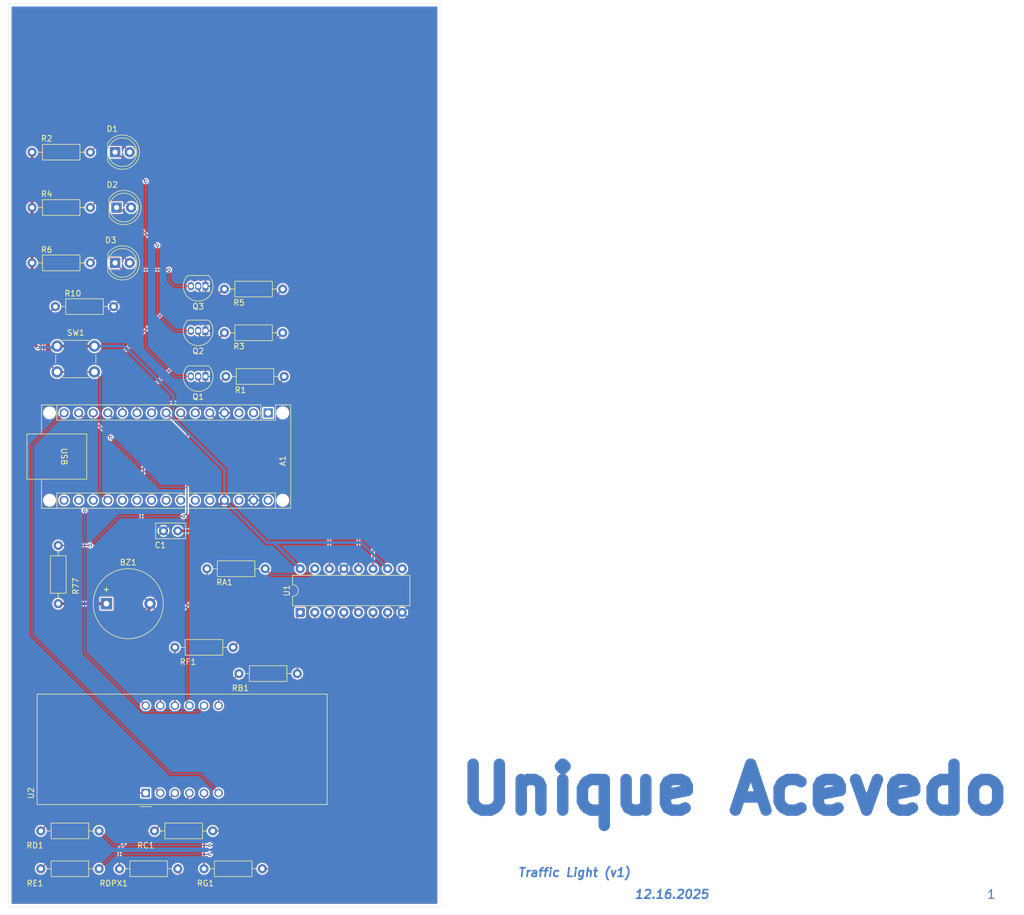
<source format=kicad_pcb>
(kicad_pcb (version 20241229) (generator "pcbnew") (generator_version "9.0")
  (layers (0 "F.Cu" signal) (2 "B.Cu" signal) (13 "F.Paste" user) (15 "B.Paste" user) (5 "F.SilkS" user "F.Silkscreen") (7 "B.SilkS" user "B.Silkscreen") (1 "F.Mask" user) (3 "B.Mask" user) (25 "Edge.Cuts" user))
  (net 0 "")
  (net 3 "/BUZZ")
  (net 5 "Net-(A1-D2)")
  (net 8 "/DIG4")
  (net 9 "/GREEN_LED")
  (net 12 "+5V")
  (net 14 "Net-(A1-D3)")
  (net 17 "/RED_LED")
  (net 21 "GND")
  (net 22 "/YELLOW_LED")
  (net 23 "/DIG1")
  (net 24 "/DIG2")
  (net 25 "/BUTTON")
  (net 28 "/DIG3")
  (net 29 "Net-(A1-D4)")
  (net 30 "Net-(BZ1-+)")
  (net 31 "Net-(D1-A)")
  (net 32 "Net-(D1-K)")
  (net 33 "Net-(D2-A)")
  (net 34 "Net-(D2-K)")
  (net 35 "Net-(D3-K)")
  (net 36 "Net-(D3-A)")
  (net 37 "Net-(Q1-B)")
  (net 38 "Net-(Q2-B)")
  (net 39 "Net-(Q3-B)")
  (net 40 "Net-(U2-a)")
  (net 41 "Net-(U1-QA)")
  (net 42 "Net-(U2-b)")
  (net 43 "Net-(U1-QB)")
  (net 44 "Net-(U2-c)")
  (net 45 "Net-(U1-QC)")
  (net 46 "Net-(U2-d)")
  (net 47 "Net-(U1-QD)")
  (net 48 "Net-(U2-DPX)")
  (net 49 "Net-(U1-QH)")
  (net 50 "Net-(U1-QE)")
  (net 51 "Net-(U2-e)")
  (net 52 "Net-(U1-QF)")
  (net 53 "Net-(U2-f)")
  (net 54 "Net-(U2-g)")
  (net 55 "Net-(U1-QG)")
  (footprint "TrafficLight_Footprints:R_Axial_DIN0207_L6.3mm_D2.5mm_P10.16mm_Horizontal" (layer "F.Cu") (at 102.87 63.754)
    (property "Reference" "R2" (at 2.54 -2.37 0) (layer "F.SilkS"))
    (property "Value" "330")
    (fp_line (start 1.04 0) (end 1.81 0) (stroke (width 0.12)) (layer "F.SilkS"))
    (fp_line (start 9.12 0) (end 8.35 0) (stroke (width 0.12)) (layer "F.SilkS"))
    (fp_rect (start 1.81 -1.37) (end 8.35 1.37) (stroke (width 0.12)) (fill no) (layer "F.SilkS"))
    (pad "1" thru_hole circle (at 0 0) (size 1.6 1.6) (drill 0.8) (layers "*.Cu" "*.Mask") (net 12 "+5V"))
    (pad "2" thru_hole circle (at 10.16 0) (size 1.6 1.6) (drill 0.8) (layers "*.Cu" "*.Mask") (net 31 "Net-(D1-A)"))
  )
  (footprint "TrafficLight_Footprints:R_Axial_DIN0207_L6.3mm_D2.5mm_P10.16mm_Horizontal" (layer "F.Cu") (at 128.27 188.722 180)
    (property "Reference" "RDPX1" (at 11.176 -2.54 0) (layer "F.SilkS"))
    (property "Value" "220")
    (fp_line (start 9.12 0) (end 8.35 0) (stroke (width 0.12)) (layer "F.SilkS"))
    (fp_line (start 1.04 0) (end 1.81 0) (stroke (width 0.12)) (layer "F.SilkS"))
    (fp_rect (start 1.81 -1.37) (end 8.35 1.37) (stroke (width 0.12)) (fill no) (layer "F.SilkS"))
    (pad "1" thru_hole circle (at 0 0 180) (size 1.6 1.6) (drill 0.8) (layers "*.Cu" "*.Mask") (net 49 "Net-(U1-QH)"))
    (pad "2" thru_hole circle (at 10.16 0 180) (size 1.6 1.6) (drill 0.8) (layers "*.Cu" "*.Mask") (net 48 "Net-(U2-DPX)"))
  )
  (footprint "TrafficLight_Footprints:LED_D5.0mm" (layer "F.Cu") (at 117.592 73.406)
    (property "Reference" "D2" (at -0.752 -3.96 0) (layer "F.SilkS"))
    (property "Value" "LED")
    (fp_line (start -1.29 -1.545) (end -1.29 1.545) (stroke (width 0.12)) (layer "F.SilkS"))
    (fp_arc (start -1.29 -1.54483) (mid 2.071779 -2.880495) (end 4.26 0) (stroke (width 0.12)) (layer "F.SilkS"))
    (fp_arc (start 4.26 0) (mid 2.071779 2.880495) (end -1.29 1.54483) (stroke (width 0.12)) (layer "F.SilkS"))
    (fp_circle (center 1.27 0) (end 3.77 0) (stroke (width 0.12)) (fill no) (layer "F.SilkS"))
    (pad "1" thru_hole rect (at 0 0) (size 1.8 1.8) (drill 0.9) (layers "*.Cu" "*.Mask") (net 34 "Net-(D2-K)"))
    (pad "2" thru_hole circle (at 2.54 0) (size 1.8 1.8) (drill 0.9) (layers "*.Cu" "*.Mask") (net 33 "Net-(D2-A)"))
  )
  (footprint "TrafficLight_Footprints:R_Axial_DIN0207_L6.3mm_D2.5mm_P10.16mm_Horizontal" (layer "F.Cu") (at 107.442 132.334 -90)
    (property "Reference" "R77" (at 7.112 -3.048 90) (layer "F.SilkS"))
    (property "Value" "220")
    (fp_line (start 1.04 0) (end 1.81 0) (stroke (width 0.12)) (layer "F.SilkS"))
    (fp_line (start 9.12 0) (end 8.35 0) (stroke (width 0.12)) (layer "F.SilkS"))
    (fp_rect (start 1.81 -1.37) (end 8.35 1.37) (stroke (width 0.12)) (fill no) (layer "F.SilkS"))
    (pad "1" thru_hole circle (at 0 0 270) (size 1.6 1.6) (drill 0.8) (layers "*.Cu" "*.Mask") (net 3 "/BUZZ"))
    (pad "2" thru_hole circle (at 10.16 0 270) (size 1.6 1.6) (drill 0.8) (layers "*.Cu" "*.Mask") (net 30 "Net-(BZ1-+)"))
  )
  (footprint "TrafficLight_Footprints:R_Axial_DIN0207_L6.3mm_D2.5mm_P10.16mm_Horizontal" (layer "F.Cu") (at 114.554 182.118 180)
    (property "Reference" "RD1" (at 11.176 -2.54 0) (layer "F.SilkS"))
    (property "Value" "220")
    (fp_line (start 9.12 0) (end 8.35 0) (stroke (width 0.12)) (layer "F.SilkS"))
    (fp_line (start 1.04 0) (end 1.81 0) (stroke (width 0.12)) (layer "F.SilkS"))
    (fp_rect (start 1.81 -1.37) (end 8.35 1.37) (stroke (width 0.12)) (fill no) (layer "F.SilkS"))
    (pad "1" thru_hole circle (at 0 0 180) (size 1.6 1.6) (drill 0.8) (layers "*.Cu" "*.Mask") (net 47 "Net-(U1-QD)"))
    (pad "2" thru_hole circle (at 10.16 0 180) (size 1.6 1.6) (drill 0.8) (layers "*.Cu" "*.Mask") (net 46 "Net-(U2-d)"))
  )
  (footprint "TrafficLight_Footprints:R_Axial_DIN0207_L6.3mm_D2.5mm_P10.16mm_Horizontal" (layer "F.Cu") (at 137.922 150.114 180)
    (property "Reference" "RF1" (at 7.874 -2.54 0) (layer "F.SilkS"))
    (property "Value" "220")
    (fp_line (start 9.12 0) (end 8.35 0) (stroke (width 0.12)) (layer "F.SilkS"))
    (fp_line (start 1.04 0) (end 1.81 0) (stroke (width 0.12)) (layer "F.SilkS"))
    (fp_rect (start 1.81 -1.37) (end 8.35 1.37) (stroke (width 0.12)) (fill no) (layer "F.SilkS"))
    (pad "1" thru_hole circle (at 0 0 180) (size 1.6 1.6) (drill 0.8) (layers "*.Cu" "*.Mask") (net 52 "Net-(U1-QF)"))
    (pad "2" thru_hole circle (at 10.16 0 180) (size 1.6 1.6) (drill 0.8) (layers "*.Cu" "*.Mask") (net 53 "Net-(U2-f)"))
  )
  (footprint "TrafficLight_Footprints:R_Axial_DIN0207_L6.3mm_D2.5mm_P10.16mm_Horizontal" (layer "F.Cu") (at 146.558 87.63 180)
    (property "Reference" "R5" (at 7.62 -2.37 0) (layer "F.SilkS"))
    (property "Value" "1000")
    (fp_line (start 9.12 0) (end 8.35 0) (stroke (width 0.12)) (layer "F.SilkS"))
    (fp_line (start 1.04 0) (end 1.81 0) (stroke (width 0.12)) (layer "F.SilkS"))
    (fp_rect (start 1.81 -1.37) (end 8.35 1.37) (stroke (width 0.12)) (fill no) (layer "F.SilkS"))
    (pad "1" thru_hole circle (at 0 0 180) (size 1.6 1.6) (drill 0.8) (layers "*.Cu" "*.Mask") (net 9 "/GREEN_LED"))
    (pad "2" thru_hole circle (at 10.16 0 180) (size 1.6 1.6) (drill 0.8) (layers "*.Cu" "*.Mask") (net 39 "Net-(Q3-B)"))
  )
  (footprint "TrafficLight_Footprints:TO-92_Inline" (layer "F.Cu") (at 133.096 94.89 180)
    (property "Reference" "Q2" (at 1.27 -3.56 0) (layer "F.SilkS"))
    (property "Value" "PN2222A")
    (fp_line (start -0.53 1.85) (end 3.07 1.85) (stroke (width 0.12)) (layer "F.SilkS"))
    (fp_arc (start 1.27 -2.6) (mid 3.672087 -0.994977) (end 3.108478 1.838478) (stroke (width 0.12)) (layer "F.SilkS"))
    (fp_arc (start -0.568478 1.838478) (mid -1.132087 -0.994977) (end 1.27 -2.6) (stroke (width 0.12)) (layer "F.SilkS"))
    (pad "1" thru_hole rect (at 0 0 180) (size 1.05 1.5) (drill 0.75) (layers "*.Cu" "*.Mask") (net 21 "GND"))
    (pad "2" thru_hole oval (at 1.27 0 180) (size 1.05 1.5) (drill 0.75) (layers "*.Cu" "*.Mask") (net 38 "Net-(Q2-B)"))
    (pad "3" thru_hole oval (at 2.54 0 180) (size 1.05 1.5) (drill 0.75) (layers "*.Cu" "*.Mask") (net 34 "Net-(D2-K)"))
  )
  (footprint "TrafficLight_Footprints:LED_D5.0mm" (layer "F.Cu") (at 117.343 83.058)
    (property "Reference" "D3" (at -0.757 -3.96 0) (layer "F.SilkS"))
    (property "Value" "LED")
    (fp_line (start -1.29 -1.545) (end -1.29 1.545) (stroke (width 0.12)) (layer "F.SilkS"))
    (fp_arc (start -1.29 -1.54483) (mid 2.071779 -2.880495) (end 4.26 0) (stroke (width 0.12)) (layer "F.SilkS"))
    (fp_arc (start 4.26 0) (mid 2.071779 2.880495) (end -1.29 1.54483) (stroke (width 0.12)) (layer "F.SilkS"))
    (fp_circle (center 1.27 0) (end 3.77 0) (stroke (width 0.12)) (fill no) (layer "F.SilkS"))
    (pad "1" thru_hole rect (at 0 0) (size 1.8 1.8) (drill 0.9) (layers "*.Cu" "*.Mask") (net 35 "Net-(D3-K)"))
    (pad "2" thru_hole circle (at 2.54 0) (size 1.8 1.8) (drill 0.9) (layers "*.Cu" "*.Mask") (net 36 "Net-(D3-A)"))
  )
  (footprint "TrafficLight_Footprints:Buzzer_12x9.5RM7.6" (layer "F.Cu") (at 115.834 142.494)
    (property "Reference" "BZ1" (at 3.8 -7.2 0) (layer "F.SilkS"))
    (property "Value" "Buzzer")
    (fp_circle (center 3.8 0) (end 9.9 0) (stroke (width 0.12)) (fill no) (layer "F.SilkS"))
    (fp_text user "+" (at -0.01 -2.54 0) (layer "F.SilkS"))
    (pad "1" thru_hole rect (at 0 0) (size 2 2) (drill 1) (layers "*.Cu" "*.Mask") (net 30 "Net-(BZ1-+)"))
    (pad "2" thru_hole circle (at 7.6 0) (size 2 2) (drill 1) (layers "*.Cu" "*.Mask") (net 21 "GND"))
  )
  (footprint "TrafficLight_Footprints:R_Axial_DIN0207_L6.3mm_D2.5mm_P10.16mm_Horizontal" (layer "F.Cu") (at 134.366 182.118 180)
    (property "Reference" "RC1" (at 11.684 -2.54 0) (layer "F.SilkS"))
    (property "Value" "220")
    (fp_line (start 9.12 0) (end 8.35 0) (stroke (width 0.12)) (layer "F.SilkS"))
    (fp_line (start 1.04 0) (end 1.81 0) (stroke (width 0.12)) (layer "F.SilkS"))
    (fp_rect (start 1.81 -1.37) (end 8.35 1.37) (stroke (width 0.12)) (fill no) (layer "F.SilkS"))
    (pad "1" thru_hole circle (at 0 0 180) (size 1.6 1.6) (drill 0.8) (layers "*.Cu" "*.Mask") (net 45 "Net-(U1-QC)"))
    (pad "2" thru_hole circle (at 10.16 0 180) (size 1.6 1.6) (drill 0.8) (layers "*.Cu" "*.Mask") (net 44 "Net-(U2-c)"))
  )
  (footprint "TrafficLight_Footprints:R_Axial_DIN0207_L6.3mm_D2.5mm_P10.16mm_Horizontal" (layer "F.Cu") (at 146.812 102.87 180)
    (property "Reference" "R1" (at 7.62 -2.37 0) (layer "F.SilkS"))
    (property "Value" "1000")
    (fp_line (start 9.12 0) (end 8.35 0) (stroke (width 0.12)) (layer "F.SilkS"))
    (fp_line (start 1.04 0) (end 1.81 0) (stroke (width 0.12)) (layer "F.SilkS"))
    (fp_rect (start 1.81 -1.37) (end 8.35 1.37) (stroke (width 0.12)) (fill no) (layer "F.SilkS"))
    (pad "1" thru_hole circle (at 0 0 180) (size 1.6 1.6) (drill 0.8) (layers "*.Cu" "*.Mask") (net 17 "/RED_LED"))
    (pad "2" thru_hole circle (at 10.16 0 180) (size 1.6 1.6) (drill 0.8) (layers "*.Cu" "*.Mask") (net 37 "Net-(Q1-B)"))
  )
  (footprint "TrafficLight_Footprints:C_Disc_D5.0mm_W2.5mm_P2.50mm" (layer "F.Cu") (at 128.27 129.794 180)
    (property "Reference" "C1" (at 3.048 -2.5 0) (layer "F.SilkS"))
    (property "Value" "0.1 µF")
    (fp_line (start 3.87 1.37) (end -1.37 1.37) (stroke (width 0.12)) (layer "F.SilkS"))
    (fp_line (start 3.87 -1.37) (end 3.87 1.37) (stroke (width 0.12)) (layer "F.SilkS"))
    (fp_line (start -1.37 1.37) (end -1.37 -1.37) (stroke (width 0.12)) (layer "F.SilkS"))
    (fp_line (start -1.37 -1.37) (end 3.87 -1.37) (stroke (width 0.12)) (layer "F.SilkS"))
    (pad "1" thru_hole circle (at 0 0 180) (size 1.6 1.6) (drill 0.8) (layers "*.Cu" "*.Mask") (net 12 "+5V"))
    (pad "2" thru_hole circle (at 2.5 0 180) (size 1.6 1.6) (drill 0.8) (layers "*.Cu" "*.Mask") (net 21 "GND"))
  )
  (footprint "TrafficLight_Footprints:R_Axial_DIN0207_L6.3mm_D2.5mm_P10.16mm_Horizontal" (layer "F.Cu") (at 102.87 73.406)
    (property "Reference" "R4" (at 2.54 -2.37 0) (layer "F.SilkS"))
    (property "Value" "330")
    (fp_line (start 1.04 0) (end 1.81 0) (stroke (width 0.12)) (layer "F.SilkS"))
    (fp_line (start 9.12 0) (end 8.35 0) (stroke (width 0.12)) (layer "F.SilkS"))
    (fp_rect (start 1.81 -1.37) (end 8.35 1.37) (stroke (width 0.12)) (fill no) (layer "F.SilkS"))
    (pad "1" thru_hole circle (at 0 0) (size 1.6 1.6) (drill 0.8) (layers "*.Cu" "*.Mask") (net 12 "+5V"))
    (pad "2" thru_hole circle (at 10.16 0) (size 1.6 1.6) (drill 0.8) (layers "*.Cu" "*.Mask") (net 33 "Net-(D2-A)"))
  )
  (footprint "TrafficLight_Footprints:R_Axial_DIN0207_L6.3mm_D2.5mm_P10.16mm_Horizontal" (layer "F.Cu") (at 143.002 188.722 180)
    (property "Reference" "RG1" (at 9.906 -2.54 0) (layer "F.SilkS"))
    (property "Value" "220")
    (fp_line (start 9.12 0) (end 8.35 0) (stroke (width 0.12)) (layer "F.SilkS"))
    (fp_line (start 1.04 0) (end 1.81 0) (stroke (width 0.12)) (layer "F.SilkS"))
    (fp_rect (start 1.81 -1.37) (end 8.35 1.37) (stroke (width 0.12)) (fill no) (layer "F.SilkS"))
    (pad "1" thru_hole circle (at 0 0 180) (size 1.6 1.6) (drill 0.8) (layers "*.Cu" "*.Mask") (net 55 "Net-(U1-QG)"))
    (pad "2" thru_hole circle (at 10.16 0 180) (size 1.6 1.6) (drill 0.8) (layers "*.Cu" "*.Mask") (net 54 "Net-(U2-g)"))
  )
  (footprint "TrafficLight_Footprints:R_Axial_DIN0207_L6.3mm_D2.5mm_P10.16mm_Horizontal" (layer "F.Cu") (at 114.554 188.722 180)
    (property "Reference" "RE1" (at 11.176 -2.54 0) (layer "F.SilkS"))
    (property "Value" "220")
    (fp_line (start 9.12 0) (end 8.35 0) (stroke (width 0.12)) (layer "F.SilkS"))
    (fp_line (start 1.04 0) (end 1.81 0) (stroke (width 0.12)) (layer "F.SilkS"))
    (fp_rect (start 1.81 -1.37) (end 8.35 1.37) (stroke (width 0.12)) (fill no) (layer "F.SilkS"))
    (pad "1" thru_hole circle (at 0 0 180) (size 1.6 1.6) (drill 0.8) (layers "*.Cu" "*.Mask") (net 50 "Net-(U1-QE)"))
    (pad "2" thru_hole circle (at 10.16 0 180) (size 1.6 1.6) (drill 0.8) (layers "*.Cu" "*.Mask") (net 51 "Net-(U2-e)"))
  )
  (footprint "TrafficLight_Footprints:DIP-16_W7.62mm" (layer "F.Cu") (at 149.606 144.018 90)
    (property "Reference" "U1" (at 3.81 -2.33 90) (layer "F.SilkS"))
    (property "Value" "74HC595")
    (fp_line (start 6.46 -1.33) (end 4.81 -1.33) (stroke (width 0.12)) (layer "F.SilkS"))
    (fp_line (start 2.81 -1.33) (end 1.16 -1.33) (stroke (width 0.12)) (layer "F.SilkS"))
    (fp_line (start 1.16 -1.33) (end 1.16 19.11) (stroke (width 0.12)) (layer "F.SilkS"))
    (fp_line (start 6.46 19.11) (end 6.46 -1.33) (stroke (width 0.12)) (layer "F.SilkS"))
    (fp_line (start 1.16 19.11) (end 6.46 19.11) (stroke (width 0.12)) (layer "F.SilkS"))
    (fp_arc (start 4.81 -1.33) (mid 3.81 -0.33) (end 2.81 -1.33) (stroke (width 0.12)) (layer "F.SilkS"))
    (pad "1" thru_hole roundrect (at 0 0 90) (size 1.6 1.6) (drill 0.8) (layers "*.Cu" "*.Mask") (roundrect_rratio 0.15625) (net 43 "Net-(U1-QB)"))
    (pad "2" thru_hole circle (at 0 2.54 90) (size 1.6 1.6) (drill 0.8) (layers "*.Cu" "*.Mask") (net 45 "Net-(U1-QC)"))
    (pad "3" thru_hole circle (at 0 5.08 90) (size 1.6 1.6) (drill 0.8) (layers "*.Cu" "*.Mask") (net 47 "Net-(U1-QD)"))
    (pad "4" thru_hole circle (at 0 7.62 90) (size 1.6 1.6) (drill 0.8) (layers "*.Cu" "*.Mask") (net 50 "Net-(U1-QE)"))
    (pad "5" thru_hole circle (at 0 10.16 90) (size 1.6 1.6) (drill 0.8) (layers "*.Cu" "*.Mask") (net 52 "Net-(U1-QF)"))
    (pad "6" thru_hole circle (at 0 12.7 90) (size 1.6 1.6) (drill 0.8) (layers "*.Cu" "*.Mask") (net 55 "Net-(U1-QG)"))
    (pad "7" thru_hole circle (at 0 15.24 90) (size 1.6 1.6) (drill 0.8) (layers "*.Cu" "*.Mask") (net 49 "Net-(U1-QH)"))
    (pad "8" thru_hole circle (at 0 17.78 90) (size 1.6 1.6) (drill 0.8) (layers "*.Cu" "*.Mask") (net 21 "GND"))
    (pad "9" thru_hole circle (at 7.62 17.78 90) (size 1.6 1.6) (drill 0.8) (layers "*.Cu" "*.Mask"))
    (pad "10" thru_hole circle (at 7.62 15.24 90) (size 1.6 1.6) (drill 0.8) (layers "*.Cu" "*.Mask") (net 12 "+5V"))
    (pad "11" thru_hole circle (at 7.62 12.7 90) (size 1.6 1.6) (drill 0.8) (layers "*.Cu" "*.Mask") (net 14 "Net-(A1-D3)"))
    (pad "12" thru_hole circle (at 7.62 10.16 90) (size 1.6 1.6) (drill 0.8) (layers "*.Cu" "*.Mask") (net 5 "Net-(A1-D2)"))
    (pad "13" thru_hole circle (at 7.62 7.62 90) (size 1.6 1.6) (drill 0.8) (layers "*.Cu" "*.Mask") (net 21 "GND"))
    (pad "14" thru_hole circle (at 7.62 5.08 90) (size 1.6 1.6) (drill 0.8) (layers "*.Cu" "*.Mask") (net 29 "Net-(A1-D4)"))
    (pad "15" thru_hole circle (at 7.62 2.54 90) (size 1.6 1.6) (drill 0.8) (layers "*.Cu" "*.Mask") (net 41 "Net-(U1-QA)"))
    (pad "16" thru_hole circle (at 7.62 0 90) (size 1.6 1.6) (drill 0.8) (layers "*.Cu" "*.Mask") (net 12 "+5V"))
  )
  (footprint "TrafficLight_Footprints:TO-92_Inline" (layer "F.Cu") (at 133.096 102.87 180)
    (property "Reference" "Q1" (at 1.27 -3.56 0) (layer "F.SilkS"))
    (property "Value" "PN2222A")
    (fp_line (start -0.53 1.85) (end 3.07 1.85) (stroke (width 0.12)) (layer "F.SilkS"))
    (fp_arc (start 1.27 -2.6) (mid 3.672087 -0.994977) (end 3.108478 1.838478) (stroke (width 0.12)) (layer "F.SilkS"))
    (fp_arc (start -0.568478 1.838478) (mid -1.132087 -0.994977) (end 1.27 -2.6) (stroke (width 0.12)) (layer "F.SilkS"))
    (pad "1" thru_hole rect (at 0 0 180) (size 1.05 1.5) (drill 0.75) (layers "*.Cu" "*.Mask") (net 21 "GND"))
    (pad "2" thru_hole oval (at 1.27 0 180) (size 1.05 1.5) (drill 0.75) (layers "*.Cu" "*.Mask") (net 37 "Net-(Q1-B)"))
    (pad "3" thru_hole oval (at 2.54 0 180) (size 1.05 1.5) (drill 0.75) (layers "*.Cu" "*.Mask") (net 32 "Net-(D1-K)"))
  )
  (footprint "TrafficLight_Footprints:R_Axial_DIN0207_L6.3mm_D2.5mm_P10.16mm_Horizontal" (layer "F.Cu") (at 149.098 154.686 180)
    (property "Reference" "RB1" (at 9.906 -2.54 0) (layer "F.SilkS"))
    (property "Value" "220")
    (fp_line (start 9.12 0) (end 8.35 0) (stroke (width 0.12)) (layer "F.SilkS"))
    (fp_line (start 1.04 0) (end 1.81 0) (stroke (width 0.12)) (layer "F.SilkS"))
    (fp_rect (start 1.81 -1.37) (end 8.35 1.37) (stroke (width 0.12)) (fill no) (layer "F.SilkS"))
    (pad "1" thru_hole circle (at 0 0 180) (size 1.6 1.6) (drill 0.8) (layers "*.Cu" "*.Mask") (net 43 "Net-(U1-QB)"))
    (pad "2" thru_hole circle (at 10.16 0 180) (size 1.6 1.6) (drill 0.8) (layers "*.Cu" "*.Mask") (net 42 "Net-(U2-b)"))
  )
  (footprint "TrafficLight_Footprints:R_Axial_DIN0207_L6.3mm_D2.5mm_P10.16mm_Horizontal" (layer "F.Cu") (at 143.51 136.398 180)
    (property "Reference" "RA1" (at 7.112 -2.37 0) (layer "F.SilkS"))
    (property "Value" "220")
    (fp_line (start 9.12 0) (end 8.35 0) (stroke (width 0.12)) (layer "F.SilkS"))
    (fp_line (start 1.04 0) (end 1.81 0) (stroke (width 0.12)) (layer "F.SilkS"))
    (fp_rect (start 1.81 -1.37) (end 8.35 1.37) (stroke (width 0.12)) (fill no) (layer "F.SilkS"))
    (pad "1" thru_hole circle (at 0 0 180) (size 1.6 1.6) (drill 0.8) (layers "*.Cu" "*.Mask") (net 41 "Net-(U1-QA)"))
    (pad "2" thru_hole circle (at 10.16 0 180) (size 1.6 1.6) (drill 0.8) (layers "*.Cu" "*.Mask") (net 40 "Net-(U2-a)"))
  )
  (footprint "TrafficLight_Footprints:R_Axial_DIN0207_L6.3mm_D2.5mm_P10.16mm_Horizontal" (layer "F.Cu") (at 146.558 95.25 180)
    (property "Reference" "R3" (at 7.62 -2.37 0) (layer "F.SilkS"))
    (property "Value" "1000")
    (fp_line (start 9.12 0) (end 8.35 0) (stroke (width 0.12)) (layer "F.SilkS"))
    (fp_line (start 1.04 0) (end 1.81 0) (stroke (width 0.12)) (layer "F.SilkS"))
    (fp_rect (start 1.81 -1.37) (end 8.35 1.37) (stroke (width 0.12)) (fill no) (layer "F.SilkS"))
    (pad "1" thru_hole circle (at 0 0 180) (size 1.6 1.6) (drill 0.8) (layers "*.Cu" "*.Mask") (net 22 "/YELLOW_LED"))
    (pad "2" thru_hole circle (at 10.16 0 180) (size 1.6 1.6) (drill 0.8) (layers "*.Cu" "*.Mask") (net 38 "Net-(Q2-B)"))
  )
  (footprint "TrafficLight_Footprints:CA56-12SRWA" (layer "F.Cu") (at 122.682 175.514 90)
    (property "Reference" "U2" (at 0 -20 90) (layer "F.SilkS"))
    (property "Value" "CC56-12SRWA")
    (fp_line (start -2 -18.92) (end 17.24 -18.92) (stroke (width 0.12)) (layer "F.SilkS"))
    (fp_line (start -2 -18.92) (end -2 31.62) (stroke (width 0.12)) (layer "F.SilkS"))
    (fp_line (start -2.38 -1) (end -2.38 1) (stroke (width 0.12)) (layer "F.SilkS"))
    (fp_line (start 17.24 31.62) (end 17.24 -18.92) (stroke (width 0.12)) (layer "F.SilkS"))
    (fp_line (start -2 31.62) (end 17.24 31.62) (stroke (width 0.12)) (layer "F.SilkS"))
    (pad "1" thru_hole rect (at 0 0 90) (size 1.5 1.5) (drill 1) (layers "*.Cu" "*.Mask") (net 51 "Net-(U2-e)"))
    (pad "2" thru_hole circle (at 0 2.54 90) (size 1.5 1.5) (drill 1) (layers "*.Cu" "*.Mask") (net 46 "Net-(U2-d)"))
    (pad "3" thru_hole circle (at 0 5.08 90) (size 1.5 1.5) (drill 1) (layers "*.Cu" "*.Mask") (net 48 "Net-(U2-DPX)"))
    (pad "4" thru_hole circle (at 0 7.62 90) (size 1.5 1.5) (drill 1) (layers "*.Cu" "*.Mask") (net 44 "Net-(U2-c)"))
    (pad "5" thru_hole circle (at 0 10.16 90) (size 1.5 1.5) (drill 1) (layers "*.Cu" "*.Mask") (net 54 "Net-(U2-g)"))
    (pad "6" thru_hole circle (at 0 12.7 90) (size 1.5 1.5) (drill 1) (layers "*.Cu" "*.Mask") (net 8 "/DIG4"))
    (pad "7" thru_hole circle (at 15.24 12.7 90) (size 1.5 1.5) (drill 1) (layers "*.Cu" "*.Mask") (net 42 "Net-(U2-b)"))
    (pad "8" thru_hole circle (at 15.24 10.16 90) (size 1.5 1.5) (drill 1) (layers "*.Cu" "*.Mask") (net 28 "/DIG3"))
    (pad "9" thru_hole circle (at 15.24 7.62 90) (size 1.5 1.5) (drill 1) (layers "*.Cu" "*.Mask") (net 24 "/DIG2"))
    (pad "10" thru_hole circle (at 15.24 5.08 90) (size 1.5 1.5) (drill 1) (layers "*.Cu" "*.Mask") (net 53 "Net-(U2-f)"))
    (pad "11" thru_hole circle (at 15.24 2.54 90) (size 1.5 1.5) (drill 1) (layers "*.Cu" "*.Mask") (net 40 "Net-(U2-a)"))
    (pad "12" thru_hole circle (at 15.24 0 90) (size 1.5 1.5) (drill 1) (layers "*.Cu" "*.Mask") (net 23 "/DIG1"))
  )
  (footprint "TrafficLight_Footprints:R_Axial_DIN0207_L6.3mm_D2.5mm_P10.16mm_Horizontal" (layer "F.Cu") (at 102.87 83.058)
    (property "Reference" "R6" (at 2.54 -2.286 0) (layer "F.SilkS"))
    (property "Value" "330")
    (fp_line (start 1.04 0) (end 1.81 0) (stroke (width 0.12)) (layer "F.SilkS"))
    (fp_line (start 9.12 0) (end 8.35 0) (stroke (width 0.12)) (layer "F.SilkS"))
    (fp_rect (start 1.81 -1.37) (end 8.35 1.37) (stroke (width 0.12)) (fill no) (layer "F.SilkS"))
    (pad "1" thru_hole circle (at 0 0) (size 1.6 1.6) (drill 0.8) (layers "*.Cu" "*.Mask") (net 12 "+5V"))
    (pad "2" thru_hole circle (at 10.16 0) (size 1.6 1.6) (drill 0.8) (layers "*.Cu" "*.Mask") (net 36 "Net-(D3-A)"))
  )
  (footprint "TrafficLight_Footprints:LED_D5.0mm" (layer "F.Cu") (at 117.343 63.754)
    (property "Reference" "D1" (at -0.503 -4.064 0) (layer "F.SilkS"))
    (property "Value" "LED")
    (fp_line (start -1.29 -1.545) (end -1.29 1.545) (stroke (width 0.12)) (layer "F.SilkS"))
    (fp_arc (start -1.29 -1.54483) (mid 2.071779 -2.880495) (end 4.26 0) (stroke (width 0.12)) (layer "F.SilkS"))
    (fp_arc (start 4.26 0) (mid 2.071779 2.880495) (end -1.29 1.54483) (stroke (width 0.12)) (layer "F.SilkS"))
    (fp_circle (center 1.27 0) (end 3.77 0) (stroke (width 0.12)) (fill no) (layer "F.SilkS"))
    (pad "1" thru_hole rect (at 0 0) (size 1.8 1.8) (drill 0.9) (layers "*.Cu" "*.Mask") (net 32 "Net-(D1-K)"))
    (pad "2" thru_hole circle (at 2.54 0) (size 1.8 1.8) (drill 0.9) (layers "*.Cu" "*.Mask") (net 31 "Net-(D1-A)"))
  )
  (footprint "TrafficLight_Footprints:SW_PUSH_6mm_H5mm" (layer "F.Cu") (at 107.24 97.572)
    (property "Reference" "SW1" (at 3.25 -2.322 0) (layer "F.SilkS"))
    (property "Value" "Pedestrian Button")
    (fp_line (start -0.25 1.5) (end -0.25 3) (stroke (width 0.12)) (layer "F.SilkS"))
    (fp_line (start 1 5.5) (end 5.5 5.5) (stroke (width 0.12)) (layer "F.SilkS"))
    (fp_line (start 5.5 -1) (end 1 -1) (stroke (width 0.12)) (layer "F.SilkS"))
    (fp_line (start 6.75 3) (end 6.75 1.5) (stroke (width 0.12)) (layer "F.SilkS"))
    (pad "1" thru_hole circle (at 0 0 90) (size 2 2) (drill 1.1) (layers "*.Cu" "*.Mask") (net 12 "+5V"))
    (pad "1" thru_hole circle (at 6.5 0 90) (size 2 2) (drill 1.1) (layers "*.Cu" "*.Mask") (net 12 "+5V"))
    (pad "2" thru_hole circle (at 0 4.5 90) (size 2 2) (drill 1.1) (layers "*.Cu" "*.Mask") (net 25 "/BUTTON"))
    (pad "2" thru_hole circle (at 6.5 4.5 90) (size 2 2) (drill 1.1) (layers "*.Cu" "*.Mask") (net 25 "/BUTTON"))
  )
  (footprint "TrafficLight_Footprints:R_Axial_DIN0207_L6.3mm_D2.5mm_P10.16mm_Horizontal" (layer "F.Cu") (at 106.934 90.678)
    (property "Reference" "R10" (at 3.048 -2.286 0) (layer "F.SilkS"))
    (property "Value" "10k")
    (fp_line (start 1.04 0) (end 1.81 0) (stroke (width 0.12)) (layer "F.SilkS"))
    (fp_line (start 9.12 0) (end 8.35 0) (stroke (width 0.12)) (layer "F.SilkS"))
    (fp_rect (start 1.81 -1.37) (end 8.35 1.37) (stroke (width 0.12)) (fill no) (layer "F.SilkS"))
    (pad "1" thru_hole circle (at 0 0) (size 1.6 1.6) (drill 0.8) (layers "*.Cu" "*.Mask") (net 25 "/BUTTON"))
    (pad "2" thru_hole circle (at 10.16 0) (size 1.6 1.6) (drill 0.8) (layers "*.Cu" "*.Mask") (net 21 "GND"))
  )
  (footprint "TrafficLight_Footprints:TO-92_Inline" (layer "F.Cu") (at 133.096 87.122 180)
    (property "Reference" "Q3" (at 1.27 -3.56 0) (layer "F.SilkS"))
    (property "Value" "PN2222A")
    (fp_line (start -0.53 1.85) (end 3.07 1.85) (stroke (width 0.12)) (layer "F.SilkS"))
    (fp_arc (start 1.27 -2.6) (mid 3.672087 -0.994977) (end 3.108478 1.838478) (stroke (width 0.12)) (layer "F.SilkS"))
    (fp_arc (start -0.568478 1.838478) (mid -1.132087 -0.994977) (end 1.27 -2.6) (stroke (width 0.12)) (layer "F.SilkS"))
    (pad "1" thru_hole rect (at 0 0 180) (size 1.05 1.5) (drill 0.75) (layers "*.Cu" "*.Mask") (net 21 "GND"))
    (pad "2" thru_hole oval (at 1.27 0 180) (size 1.05 1.5) (drill 0.75) (layers "*.Cu" "*.Mask") (net 39 "Net-(Q3-B)"))
    (pad "3" thru_hole oval (at 2.54 0 180) (size 1.05 1.5) (drill 0.75) (layers "*.Cu" "*.Mask") (net 35 "Net-(D3-K)"))
  )
  (footprint "TrafficLight_Footprints:Arduino_Nano_WithMountingHoles" (layer "F.Cu") (at 144.018 109.22 -90)
    (property "Reference" "A1" (at 8.382 -2.54 90) (layer "F.SilkS"))
    (property "Value" "Arduino_Nano_v3.x")
    (fp_line (start 3.68 42.04) (end 3.68 31.62) (stroke (width 0.12)) (layer "F.SilkS"))
    (fp_line (start 11.56 42.04) (end 3.68 42.04) (stroke (width 0.12)) (layer "F.SilkS"))
    (fp_line (start -1.4 39.5) (end 3.68 39.5) (stroke (width 0.12)) (layer "F.SilkS"))
    (fp_line (start 16.64 39.5) (end 11.56 39.5) (stroke (width 0.12)) (layer "F.SilkS"))
    (fp_line (start 16.64 39.5) (end 16.64 -3.94) (stroke (width 0.12)) (layer "F.SilkS"))
    (fp_line (start 1.27 36.83) (end -1.4 36.83) (stroke (width 0.12)) (layer "F.SilkS"))
    (fp_line (start 13.97 36.83) (end 16.64 36.83) (stroke (width 0.12)) (layer "F.SilkS"))
    (fp_line (start 3.68 31.62) (end 11.56 31.62) (stroke (width 0.12)) (layer "F.SilkS"))
    (fp_line (start 11.56 31.62) (end 11.56 42.04) (stroke (width 0.12)) (layer "F.SilkS"))
    (fp_line (start -1.4 1.27) (end -1.4 39.5) (stroke (width 0.12)) (layer "F.SilkS"))
    (fp_line (start 1.27 1.27) (end 1.27 36.83) (stroke (width 0.12)) (layer "F.SilkS"))
    (fp_line (start 1.27 1.27) (end -1.4 1.27) (stroke (width 0.12)) (layer "F.SilkS"))
    (fp_line (start 1.27 1.27) (end 1.27 -1.27) (stroke (width 0.12)) (layer "F.SilkS"))
    (fp_line (start 1.27 -1.27) (end -1.4 -1.27) (stroke (width 0.12)) (layer "F.SilkS"))
    (fp_line (start 13.97 -1.27) (end 13.97 36.83) (stroke (width 0.12)) (layer "F.SilkS"))
    (fp_line (start 13.97 -1.27) (end 16.64 -1.27) (stroke (width 0.12)) (layer "F.SilkS"))
    (fp_line (start -1.4 -3.94) (end -1.4 -1.27) (stroke (width 0.12)) (layer "F.SilkS"))
    (fp_line (start 16.64 -3.94) (end -1.4 -3.94) (stroke (width 0.12)) (layer "F.SilkS"))
    (fp_text user "USB" (at 7.62 35.56 270) (layer "F.SilkS"))
    (pad "" np_thru_hole circle (at 0 -2.54 270) (size 1.78 1.78) (drill 1.78) (layers "*.Cu" "*.Mask"))
    (pad "" np_thru_hole circle (at 0 38.1 270) (size 1.78 1.78) (drill 1.78) (layers "*.Cu" "*.Mask"))
    (pad "" np_thru_hole circle (at 15.24 -2.54 270) (size 1.78 1.78) (drill 1.78) (layers "*.Cu" "*.Mask"))
    (pad "" np_thru_hole circle (at 15.24 38.1 270) (size 1.78 1.78) (drill 1.78) (layers "*.Cu" "*.Mask"))
    (pad "1" thru_hole rect (at 0 0 270) (size 1.6 1.6) (drill 1) (layers "*.Cu" "*.Mask"))
    (pad "2" thru_hole oval (at 0 2.54 270) (size 1.6 1.6) (drill 1) (layers "*.Cu" "*.Mask"))
    (pad "3" thru_hole oval (at 0 5.08 270) (size 1.6 1.6) (drill 1) (layers "*.Cu" "*.Mask"))
    (pad "4" thru_hole oval (at 0 7.62 270) (size 1.6 1.6) (drill 1) (layers "*.Cu" "*.Mask") (net 21 "GND"))
    (pad "5" thru_hole oval (at 0 10.16 270) (size 1.6 1.6) (drill 1) (layers "*.Cu" "*.Mask") (net 5 "Net-(A1-D2)"))
    (pad "6" thru_hole oval (at 0 12.7 270) (size 1.6 1.6) (drill 1) (layers "*.Cu" "*.Mask") (net 14 "Net-(A1-D3)"))
    (pad "7" thru_hole oval (at 0 15.24 270) (size 1.6 1.6) (drill 1) (layers "*.Cu" "*.Mask") (net 29 "Net-(A1-D4)"))
    (pad "8" thru_hole oval (at 0 17.78 270) (size 1.6 1.6) (drill 1) (layers "*.Cu" "*.Mask") (net 3 "/BUZZ"))
    (pad "9" thru_hole oval (at 0 20.32 270) (size 1.6 1.6) (drill 1) (layers "*.Cu" "*.Mask") (net 17 "/RED_LED"))
    (pad "10" thru_hole oval (at 0 22.86 270) (size 1.6 1.6) (drill 1) (layers "*.Cu" "*.Mask") (net 22 "/YELLOW_LED"))
    (pad "11" thru_hole oval (at 0 25.4 270) (size 1.6 1.6) (drill 1) (layers "*.Cu" "*.Mask") (net 9 "/GREEN_LED"))
    (pad "12" thru_hole oval (at 0 27.94 270) (size 1.6 1.6) (drill 1) (layers "*.Cu" "*.Mask") (net 23 "/DIG1"))
    (pad "13" thru_hole oval (at 0 30.48 270) (size 1.6 1.6) (drill 1) (layers "*.Cu" "*.Mask") (net 24 "/DIG2"))
    (pad "14" thru_hole oval (at 0 33.02 270) (size 1.6 1.6) (drill 1) (layers "*.Cu" "*.Mask") (net 28 "/DIG3"))
    (pad "15" thru_hole oval (at 0 35.56 270) (size 1.6 1.6) (drill 1) (layers "*.Cu" "*.Mask") (net 8 "/DIG4"))
    (pad "16" thru_hole oval (at 15.24 35.56 270) (size 1.6 1.6) (drill 1) (layers "*.Cu" "*.Mask"))
    (pad "17" thru_hole oval (at 15.24 33.02 270) (size 1.6 1.6) (drill 1) (layers "*.Cu" "*.Mask"))
    (pad "18" thru_hole oval (at 15.24 30.48 270) (size 1.6 1.6) (drill 1) (layers "*.Cu" "*.Mask"))
    (pad "19" thru_hole oval (at 15.24 27.94 270) (size 1.6 1.6) (drill 1) (layers "*.Cu" "*.Mask") (net 25 "/BUTTON"))
    (pad "20" thru_hole oval (at 15.24 25.4 270) (size 1.6 1.6) (drill 1) (layers "*.Cu" "*.Mask"))
    (pad "21" thru_hole oval (at 15.24 22.86 270) (size 1.6 1.6) (drill 1) (layers "*.Cu" "*.Mask"))
    (pad "22" thru_hole oval (at 15.24 20.32 270) (size 1.6 1.6) (drill 1) (layers "*.Cu" "*.Mask"))
    (pad "23" thru_hole oval (at 15.24 17.78 270) (size 1.6 1.6) (drill 1) (layers "*.Cu" "*.Mask"))
    (pad "24" thru_hole oval (at 15.24 15.24 270) (size 1.6 1.6) (drill 1) (layers "*.Cu" "*.Mask"))
    (pad "25" thru_hole oval (at 15.24 12.7 270) (size 1.6 1.6) (drill 1) (layers "*.Cu" "*.Mask"))
    (pad "26" thru_hole oval (at 15.24 10.16 270) (size 1.6 1.6) (drill 1) (layers "*.Cu" "*.Mask"))
    (pad "27" thru_hole oval (at 15.24 7.62 270) (size 1.6 1.6) (drill 1) (layers "*.Cu" "*.Mask") (net 12 "+5V"))
    (pad "28" thru_hole oval (at 15.24 5.08 270) (size 1.6 1.6) (drill 1) (layers "*.Cu" "*.Mask"))
    (pad "29" thru_hole oval (at 15.24 2.54 270) (size 1.6 1.6) (drill 1) (layers "*.Cu" "*.Mask") (net 21 "GND"))
    (pad "30" thru_hole oval (at 15.24 0 270) (size 1.6 1.6) (drill 1) (layers "*.Cu" "*.Mask"))
  )
  (gr_rect (start 98.806 37.846) (end 173.99 195.326) (stroke (width 0.05)) (fill no) (layer "Edge.Cuts"))
  (gr_text "12.16.2025" (at 207.772 194.056 0) (layer "B.Cu") (effects (font (size 1.5 1.5) (thickness 0.3) (bold yes) (italic yes)) (justify left bottom)))
  (gr_text "1" (at 269.24 194.056 0) (layer "B.Cu") (effects (font (size 1.5 1.5) (thickness 0.2)) (justify left bottom)))
  (gr_text "Unique Acevedo" (at 176.53 179.578 0) (layer "B.Cu") (effects (font (size 8 8) (thickness 2) (bold yes)) (justify left bottom)))
  (gr_text "Traffic Light (v1)" (at 187.452 190.246 0) (layer "B.Cu") (effects (font (size 1.5 1.5) (thickness 0.3) (bold yes) (italic yes)) (justify left bottom)))
  (segment (start 113.03 132.334) (end 107.442 132.334) (width 0.2) (layer "F.Cu") (net 3))
  (segment (start 129.879 112.861) (end 129.879 126.654) (width 0.2) (layer "F.Cu") (net 3))
  (segment (start 129.879 126.654) (end 129.279 127.254) (width 0.2) (layer "F.Cu") (net 3))
  (segment (start 126.238 109.22) (end 129.879 112.861) (width 0.2) (layer "F.Cu") (net 3))
  (via (at 113.03 132.334) (size 0.6) (drill 0.3) (layers "F.Cu" "B.Cu") (net 3))
  (via (at 129.279 127.254) (size 0.6) (drill 0.3) (layers "F.Cu" "B.Cu") (net 3))
  (segment (start 118.11 127.254) (end 113.03 132.334) (width 0.2) (layer "B.Cu") (net 3))
  (segment (start 129.279 127.254) (end 118.11 127.254) (width 0.2) (layer "B.Cu") (net 3))
  (segment (start 133.858 109.22) (end 135.128 110.49) (width 0.2) (layer "F.Cu") (net 5))
  (segment (start 159.258 110.49) (end 159.766 110.998) (width 0.2) (layer "F.Cu") (net 5))
  (segment (start 135.128 110.49) (end 159.258 110.49) (width 0.2) (layer "F.Cu") (net 5))
  (segment (start 159.766 110.998) (end 159.766 136.398) (width 0.2) (layer "F.Cu") (net 5))
  (segment (start 126.999999 172.212) (end 132.08 172.212) (width 0.2) (layer "B.Cu") (net 8))
  (segment (start 108.458 109.22) (end 102.87 114.808) (width 0.2) (layer "B.Cu") (net 8))
  (segment (start 102.87 114.808) (end 102.87 148.082001) (width 0.2) (layer "B.Cu") (net 8))
  (segment (start 132.08 172.212) (end 135.382 175.514) (width 0.2) (layer "B.Cu") (net 8))
  (segment (start 102.87 148.082001) (end 126.999999 172.212) (width 0.2) (layer "B.Cu") (net 8))
  (segment (start 126.238 91.186) (end 143.002 91.186) (width 0.2) (layer "F.Cu") (net 9))
  (segment (start 118.618 109.22) (end 118.618 98.806) (width 0.2) (layer "F.Cu") (net 9))
  (segment (start 118.618 98.806) (end 126.238 91.186) (width 0.2) (layer "F.Cu") (net 9))
  (segment (start 143.002 91.186) (end 146.558 87.63) (width 0.2) (layer "F.Cu") (net 9))
  (segment (start 107.24 97.572) (end 113.74 97.572) (width 0.5) (layer "F.Cu") (net 12))
  (segment (start 102.87 83.058) (end 102.87 96.774) (width 0.5) (layer "F.Cu") (net 12))
  (segment (start 131.064 129.794) (end 128.27 129.794) (width 0.5) (layer "F.Cu") (net 12))
  (segment (start 102.87 73.406) (end 102.87 63.754) (width 0.5) (layer "F.Cu") (net 12))
  (segment (start 102.87 83.058) (end 102.87 73.406) (width 0.5) (layer "F.Cu") (net 12))
  (segment (start 102.87 96.774) (end 103.886 97.79) (width 0.5) (layer "F.Cu") (net 12))
  (segment (start 136.398 124.46) (end 131.064 129.794) (width 0.5) (layer "F.Cu") (net 12))
  (via (at 103.886 97.79) (size 0.6) (drill 0.3) (layers "F.Cu" "B.Cu") (net 12))
  (segment (start 145.034 131.826) (end 149.606 136.398) (width 0.5) (layer "B.Cu") (net 12))
  (segment (start 127.489 110.217) (end 127.489 106.153) (width 0.5) (layer "B.Cu") (net 12))
  (segment (start 103.886 97.79) (end 107.022 97.79) (width 0.5) (layer "B.Cu") (net 12))
  (segment (start 127.489 106.153) (end 118.908 97.572) (width 0.5) (layer "B.Cu") (net 12))
  (segment (start 143.764 131.826) (end 160.274 131.826) (width 0.5) (layer "B.Cu") (net 12))
  (segment (start 160.274 131.826) (end 164.846 136.398) (width 0.5) (layer "B.Cu") (net 12))
  (segment (start 136.398 119.126) (end 127.489 110.217) (width 0.5) (layer "B.Cu") (net 12))
  (segment (start 143.764 131.826) (end 145.034 131.826) (width 0.5) (layer "B.Cu") (net 12))
  (segment (start 118.908 97.572) (end 113.74 97.572) (width 0.5) (layer "B.Cu") (net 12))
  (segment (start 136.398 124.46) (end 136.398 119.126) (width 0.5) (layer "B.Cu") (net 12))
  (segment (start 107.022 97.79) (end 107.24 97.572) (width 0.5) (layer "B.Cu") (net 12))
  (segment (start 136.398 124.46) (end 143.764 131.826) (width 0.5) (layer "B.Cu") (net 12))
  (segment (start 159.287 107.979) (end 162.306 110.998) (width 0.2) (layer "F.Cu") (net 14))
  (segment (start 131.318 109.22) (end 132.559 107.979) (width 0.2) (layer "F.Cu") (net 14))
  (segment (start 132.559 107.979) (end 159.287 107.979) (width 0.2) (layer "F.Cu") (net 14))
  (segment (start 162.306 110.998) (end 162.306 136.398) (width 0.2) (layer "F.Cu") (net 14))
  (segment (start 142.494 107.442) (end 146.812 103.124) (width 0.2) (layer "F.Cu") (net 17))
  (segment (start 123.698 109.22) (end 125.476 107.442) (width 0.2) (layer "F.Cu") (net 17))
  (segment (start 146.812 103.124) (end 146.812 102.87) (width 0.2) (layer "F.Cu") (net 17))
  (segment (start 125.476 107.442) (end 142.494 107.442) (width 0.2) (layer "F.Cu") (net 17))
  (segment (start 123.434 143.266) (end 123.19 143.51) (width 0.5) (layer "F.Cu") (net 21))
  (segment (start 121.158 109.22) (end 121.158 107.442) (width 0.2) (layer "F.Cu") (net 22))
  (segment (start 129.286 99.314) (end 142.494 99.314) (width 0.2) (layer "F.Cu") (net 22))
  (segment (start 121.158 107.442) (end 129.286 99.314) (width 0.2) (layer "F.Cu") (net 22))
  (segment (start 142.494 99.314) (end 146.558 95.25) (width 0.2) (layer "F.Cu") (net 22))
  (segment (start 121.932 125.24305) (end 122.259 124.91605) (width 0.2) (layer "F.Cu") (net 23))
  (segment (start 121.932 159.524) (end 121.932 125.24305) (width 0.2) (layer "F.Cu") (net 23))
  (segment (start 122.259 115.401) (end 116.078 109.22) (width 0.2) (layer "F.Cu") (net 23))
  (segment (start 122.682 160.274) (end 121.932 159.524) (width 0.2) (layer "F.Cu") (net 23))
  (segment (start 122.259 124.91605) (end 122.259 115.401) (width 0.2) (layer "F.Cu") (net 23))
  (segment (start 113.538 110.49) (end 113.538 109.22) (width 0.2) (layer "F.Cu") (net 24))
  (segment (start 116.586 113.538) (end 113.538 110.49) (width 0.2) (layer "F.Cu") (net 24))
  (via (at 116.586 113.538) (size 0.6) (drill 0.3) (layers "F.Cu" "B.Cu") (net 24))
  (segment (start 129.879 122.259) (end 129.794 122.174) (width 0.2) (layer "B.Cu") (net 24))
  (segment (start 130.302 160.274) (end 129.879 159.851) (width 0.2) (layer "B.Cu") (net 24))
  (segment (start 129.879 159.851) (end 129.879 122.259) (width 0.2) (layer "B.Cu") (net 24))
  (segment (start 125.222 122.174) (end 116.586 113.538) (width 0.2) (layer "B.Cu") (net 24))
  (segment (start 129.794 122.174) (end 125.222 122.174) (width 0.2) (layer "B.Cu") (net 24))
  (segment (start 106.934 90.678) (end 104.902 92.71) (width 0.2) (layer "F.Cu") (net 25))
  (segment (start 104.902 92.71) (end 104.902 99.734) (width 0.2) (layer "F.Cu") (net 25))
  (segment (start 113.74 102.072) (end 107.24 102.072) (width 0.2) (layer "F.Cu") (net 25))
  (segment (start 104.902 99.734) (end 107.24 102.072) (width 0.2) (layer "F.Cu") (net 25))
  (segment (start 114.74 103.072) (end 114.74 123.122) (width 0.2) (layer "B.Cu") (net 25))
  (segment (start 114.74 123.122) (end 116.078 124.46) (width 0.2) (layer "B.Cu") (net 25))
  (segment (start 113.74 102.072) (end 114.74 103.072) (width 0.2) (layer "B.Cu") (net 25))
  (segment (start 112.014 126.238) (end 112.099 126.153) (width 0.2) (layer "F.Cu") (net 28))
  (segment (start 112.099 110.321) (end 110.998 109.22) (width 0.2) (layer "F.Cu") (net 28))
  (segment (start 112.099 126.153) (end 112.099 110.321) (width 0.2) (layer "F.Cu") (net 28))
  (via (at 112.014 126.238) (size 0.6) (drill 0.3) (layers "F.Cu" "B.Cu") (net 28))
  (segment (start 132.842 160.274) (end 131.791 161.325) (width 0.2) (layer "B.Cu") (net 28))
  (segment (start 122.246661 161.325) (end 112.014 151.092339) (width 0.2) (layer "B.Cu") (net 28))
  (segment (start 112.014 151.092339) (end 112.014 126.238) (width 0.2) (layer "B.Cu") (net 28))
  (segment (start 131.791 161.325) (end 122.246661 161.325) (width 0.2) (layer "B.Cu") (net 28))
  (segment (start 128.778 109.22) (end 133.096 113.538) (width 0.2) (layer "F.Cu") (net 29))
  (segment (start 154.178 113.538) (end 154.686 114.046) (width 0.2) (layer "F.Cu") (net 29))
  (segment (start 133.096 113.538) (end 154.178 113.538) (width 0.2) (layer "F.Cu") (net 29))
  (segment (start 154.686 114.046) (end 154.686 136.398) (width 0.2) (layer "F.Cu") (net 29))
  (segment (start 107.442 142.494) (end 115.834 142.494) (width 0.5) (layer "F.Cu") (net 30))
  (segment (start 118.682 62.553) (end 119.883 63.754) (width 0.2) (layer "F.Cu") (net 31))
  (segment (start 113.03 63.754) (end 114.231 62.553) (width 0.2) (layer "F.Cu") (net 31))
  (segment (start 114.231 62.553) (end 118.682 62.553) (width 0.2) (layer "F.Cu") (net 31))
  (segment (start 122.682 68.834) (end 117.602 63.754) (width 0.2) (layer "F.Cu") (net 32))
  (segment (start 117.602 63.754) (end 117.343 63.754) (width 0.2) (layer "F.Cu") (net 32))
  (via (at 122.682 68.834) (size 0.6) (drill 0.3) (layers "F.Cu" "B.Cu") (net 32))
  (segment (start 130.556 102.87) (end 127.762 102.87) (width 0.2) (layer "B.Cu") (net 32))
  (segment (start 127.762 102.87) (end 122.682 97.79) (width 0.2) (layer "B.Cu") (net 32))
  (segment (start 117.602 63.754) (end 117.343 63.754) (width 0.2) (layer "B.Cu") (net 32))
  (segment (start 122.682 97.79) (end 122.682 68.834) (width 0.2) (layer "B.Cu") (net 32))
  (segment (start 118.931 72.205) (end 120.132 73.406) (width 0.2) (layer "F.Cu") (net 33))
  (segment (start 114.231 72.205) (end 118.931 72.205) (width 0.2) (layer "F.Cu") (net 33))
  (segment (start 113.03 73.406) (end 114.231 72.205) (width 0.2) (layer "F.Cu") (net 33))
  (segment (start 124.714 80.01) (end 118.11 73.406) (width 0.2) (layer "F.Cu") (net 34))
  (segment (start 118.11 73.406) (end 117.592 73.406) (width 0.2) (layer "F.Cu") (net 34))
  (via (at 124.714 80.01) (size 0.6) (drill 0.3) (layers "F.Cu" "B.Cu") (net 34))
  (segment (start 124.714 80.01) (end 124.714 91.842) (width 0.2) (layer "B.Cu") (net 34))
  (segment (start 124.714 91.842) (end 127.762 94.89) (width 0.2) (layer "B.Cu") (net 34))
  (segment (start 127.762 94.89) (end 130.556 94.89) (width 0.2) (layer "B.Cu") (net 34))
  (segment (start 118.544 84.259) (end 117.343 83.058) (width 0.2) (layer "F.Cu") (net 35))
  (segment (start 126.746 84.259) (end 118.544 84.259) (width 0.2) (layer "F.Cu") (net 35))
  (via (at 126.746 84.259) (size 0.6) (drill 0.3) (layers "F.Cu" "B.Cu") (net 35))
  (segment (start 127.705501 87.122) (end 130.556 87.122) (width 0.2) (layer "B.Cu") (net 35))
  (segment (start 126.746 86.162499) (end 127.705501 87.122) (width 0.2) (layer "B.Cu") (net 35))
  (segment (start 126.746 84.259) (end 126.746 86.162499) (width 0.2) (layer "B.Cu") (net 35))
  (segment (start 113.03 83.058) (end 114.231 81.857) (width 0.2) (layer "F.Cu") (net 36))
  (segment (start 114.231 81.857) (end 118.682 81.857) (width 0.2) (layer "F.Cu") (net 36))
  (segment (start 118.682 81.857) (end 119.883 83.058) (width 0.2) (layer "F.Cu") (net 36))
  (segment (start 136.652 102.87) (end 135.601 103.921) (width 0.2) (layer "F.Cu") (net 37))
  (segment (start 132.27 103.921) (end 131.826 103.477) (width 0.2) (layer "F.Cu") (net 37))
  (segment (start 135.601 103.921) (end 132.27 103.921) (width 0.2) (layer "F.Cu") (net 37))
  (segment (start 131.826 103.477) (end 131.826 102.87) (width 0.2) (layer "F.Cu") (net 37))
  (segment (start 132.27 95.941) (end 131.826 95.497) (width 0.2) (layer "F.Cu") (net 38))
  (segment (start 136.398 95.25) (end 135.707 95.941) (width 0.2) (layer "F.Cu") (net 38))
  (segment (start 135.707 95.941) (end 132.27 95.941) (width 0.2) (layer "F.Cu") (net 38))
  (segment (start 131.826 95.497) (end 131.826 94.89) (width 0.2) (layer "F.Cu") (net 38))
  (segment (start 135.855 88.173) (end 132.27 88.173) (width 0.2) (layer "F.Cu") (net 39))
  (segment (start 132.27 88.173) (end 131.826 87.729) (width 0.2) (layer "F.Cu") (net 39))
  (segment (start 131.826 87.729) (end 131.826 87.122) (width 0.2) (layer "F.Cu") (net 39))
  (segment (start 136.398 87.63) (end 135.855 88.173) (width 0.2) (layer "F.Cu") (net 39))
  (segment (start 125.222 147.574) (end 133.35 139.446) (width 0.2) (layer "F.Cu") (net 40))
  (segment (start 133.35 139.446) (end 133.35 136.398) (width 0.2) (layer "F.Cu") (net 40))
  (segment (start 125.222 160.274) (end 125.222 147.574) (width 0.2) (layer "F.Cu") (net 40))
  (segment (start 143.51 136.398) (end 144.611 137.499) (width 0.2) (layer "B.Cu") (net 41))
  (segment (start 144.611 137.499) (end 151.045 137.499) (width 0.2) (layer "B.Cu") (net 41))
  (segment (start 151.045 137.499) (end 152.146 136.398) (width 0.2) (layer "B.Cu") (net 41))
  (segment (start 135.382 160.274) (end 135.382 158.242) (width 0.2) (layer "F.Cu") (net 42))
  (segment (start 135.382 158.242) (end 138.938 154.686) (width 0.2) (layer "F.Cu") (net 42))
  (segment (start 149.606 144.018) (end 149.098 144.526) (width 0.2) (layer "F.Cu") (net 43))
  (segment (start 149.098 154.686) (end 149.098 144.526) (width 0.2) (layer "F.Cu") (net 43))
  (segment (start 124.206 182.118) (end 130.302 176.022) (width 0.2) (layer "F.Cu") (net 44))
  (segment (start 130.302 176.022) (end 130.302 175.514) (width 0.2) (layer "F.Cu") (net 44))
  (segment (start 152.146 144.018) (end 152.146 177.546) (width 0.2) (layer "F.Cu") (net 45))
  (segment (start 152.146 177.546) (end 147.574 182.118) (width 0.2) (layer "F.Cu") (net 45))
  (segment (start 147.574 182.118) (end 134.366 182.118) (width 0.2) (layer "F.Cu") (net 45))
  (segment (start 123.698 173.99) (end 125.222 175.514) (width 0.2) (layer "F.Cu") (net 46))
  (segment (start 104.394 182.118) (end 112.522 173.99) (width 0.2) (layer "F.Cu") (net 46))
  (segment (start 112.522 173.99) (end 123.698 173.99) (width 0.2) (layer "F.Cu") (net 46))
  (segment (start 153.162 182.118) (end 150.622 184.658) (width 0.2) (layer "F.Cu") (net 47))
  (segment (start 154.686 180.594) (end 153.162 182.118) (width 0.2) (layer "F.Cu") (net 47))
  (segment (start 154.686 144.018) (end 154.686 180.594) (width 0.2) (layer "F.Cu") (net 47))
  (segment (start 150.622 184.658) (end 133.858 184.658) (width 0.2) (layer "F.Cu") (net 47))
  (via (at 133.858 184.658) (size 0.6) (drill 0.3) (layers "F.Cu" "B.Cu") (net 47))
  (segment (start 133.858 184.658) (end 117.094 184.658) (width 0.2) (layer "B.Cu") (net 47))
  (segment (start 154.686 144.018) (end 154.178 144.526) (width 0.2) (layer "B.Cu") (net 47))
  (segment (start 117.094 184.658) (end 114.554 182.118) (width 0.2) (layer "B.Cu") (net 47))
  (segment (start 118.11 185.166) (end 127.762 175.514) (width 0.2) (layer "F.Cu") (net 48))
  (segment (start 118.11 188.722) (end 118.11 185.166) (width 0.2) (layer "F.Cu") (net 48))
  (segment (start 155.702 192.278) (end 131.318 192.278) (width 0.2) (layer "F.Cu") (net 49))
  (segment (start 131.318 192.278) (end 128.27 189.23) (width 0.2) (layer "F.Cu") (net 49))
  (segment (start 164.846 144.018) (end 164.846 183.134) (width 0.2) (layer "F.Cu") (net 49))
  (segment (start 164.846 183.134) (end 155.702 192.278) (width 0.2) (layer "F.Cu") (net 49))
  (segment (start 128.27 189.23) (end 128.27 188.722) (width 0.2) (layer "F.Cu") (net 49))
  (segment (start 134.112 185.928) (end 133.858 186.182) (width 0.2) (layer "F.Cu") (net 50))
  (segment (start 157.226 144.018) (end 157.226 183.134) (width 0.2) (layer "F.Cu") (net 50))
  (segment (start 157.226 183.134) (end 154.432 185.928) (width 0.2) (layer "F.Cu") (net 50))
  (segment (start 154.432 185.928) (end 134.112 185.928) (width 0.2) (layer "F.Cu") (net 50))
  (via (at 133.858 186.182) (size 0.6) (drill 0.3) (layers "F.Cu" "B.Cu") (net 50))
  (segment (start 117.094 186.182) (end 114.554 188.722) (width 0.2) (layer "B.Cu") (net 50))
  (segment (start 133.858 186.182) (end 117.094 186.182) (width 0.2) (layer "B.Cu") (net 50))
  (segment (start 104.394 188.722) (end 117.602 175.514) (width 0.2) (layer "F.Cu") (net 51))
  (segment (start 117.602 175.514) (end 122.682 175.514) (width 0.2) (layer "F.Cu") (net 51))
  (segment (start 137.922 150.114) (end 145.119 142.917) (width 0.2) (layer "F.Cu") (net 52))
  (segment (start 145.119 142.917) (end 158.665 142.917) (width 0.2) (layer "F.Cu") (net 52))
  (segment (start 158.665 142.917) (end 159.766 144.018) (width 0.2) (layer "F.Cu") (net 52))
  (segment (start 127.762 150.114) (end 127.762 160.274) (width 0.2) (layer "F.Cu") (net 53))
  (segment (start 132.842 188.722) (end 132.842 175.514) (width 0.2) (layer "F.Cu") (net 54))
  (segment (start 162.306 181.61) (end 155.194 188.722) (width 0.2) (layer "F.Cu") (net 55))
  (segment (start 155.194 188.722) (end 143.002 188.722) (width 0.2) (layer "F.Cu") (net 55))
  (segment (start 162.306 144.018) (end 162.306 181.61) (width 0.2) (layer "F.Cu") (net 55))
  (zone (net 21) (net_name "GND") (layer "F.Cu") (priority 1) (connect_pads (clearance 0.25)) (min_thickness 0.25) (fill yes (thermal_gap 0.25) (thermal_bridge_width 0.25))
    (polygon (pts (xy 98.806 37.846) (xy 173.99 37.846) (xy 173.99 195.326) (xy 98.806 195.326)))
  )
  (zone (net 21) (net_name "GND") (layer "B.Cu") (connect_pads (clearance 0.25)) (min_thickness 0.25) (fill yes (thermal_gap 0.25) (thermal_bridge_width 0.25))
    (polygon (pts (xy 174.498 37.846) (xy 98.379159 37.213379) (xy 97.282 196.85) (xy 174.498 195.326) (xy 174.498 169.418)))
  )
)
</source>
